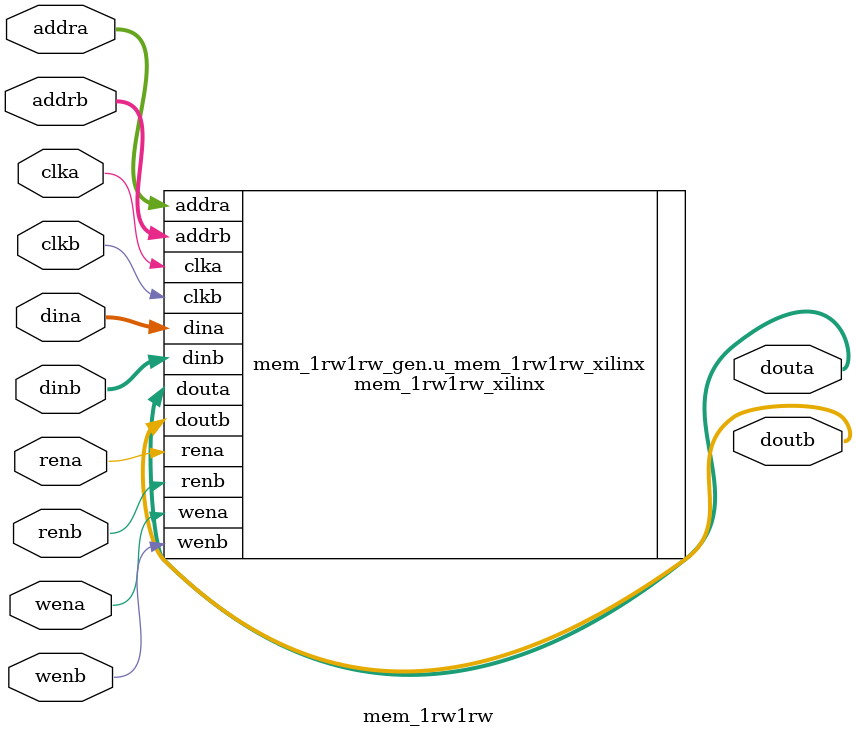
<source format=v>
`default_nettype wire
`timescale 1ns/1ps
module mem_1rw1rw #(
    parameter IS_ARRAY_RAM        = 0          ,
    parameter RAM_STYLE_MODE      = "block"    , //"distributed", "registers","block"���Ժ�ȡ��
    parameter WIDTH_ADDR          = 8          ,
    parameter WIDTH_DATA          = 8          ,
    parameter DEVICE_RAM_TYPE     = "AUTO"     , //For Xilinx: "auto", "distributed", "block" or "ultra";
                                                 //For Altera: "M9K",
    parameter READ_DURING_WRITE_A = "new"      , //new old, but no xxx in altera 1rw1rw ram
    parameter READ_DURING_WRITE_B = "new"      , //new old, but no xxx in altera 1rw1rw ram
    parameter DOUT_REG_A          = "false"    , //register output a
    parameter DOUT_REG_B          = "false"      //register output b
)
(
    input       [WIDTH_ADDR-1:0]    addra      ,
    input       [WIDTH_DATA-1:0]    dina       ,
    input                           wena       ,
    input                           rena       ,
    input                           clka       ,
    output      [WIDTH_DATA-1:0]    douta      ,

    input       [WIDTH_ADDR-1:0]    addrb      ,
    input       [WIDTH_DATA-1:0]    dinb       ,
    input                           wenb       ,
    input                           renb       ,
    input                           clkb       ,
    output      [WIDTH_DATA-1:0]    doutb
) ;

generate
    //ARRAY_RAM
    if (IS_ARRAY_RAM == 1) 
        begin: mem_1rw1rw_gen
            mem_1rw1rw_array #(
                .WIDTH_DATA             ( WIDTH_DATA          ),
                .WIDTH_ADDR             ( WIDTH_ADDR          ),
                .READ_DURING_WRITE_A    ( READ_DURING_WRITE_A ),
                .READ_DURING_WRITE_B    ( READ_DURING_WRITE_B ),
                .DOUT_REG_A             ( DOUT_REG_A          ),
                .DOUT_REG_B             ( DOUT_REG_B          )
            )
            u_mem_1rw1rw_array (
                .addra                  ( addra         ),
                .dina                   ( dina          ),
                .wena                   ( wena          ),
                .rena                   ( rena          ),
                .clka                   ( clka          ),
                .douta                  ( douta         ),

                .addrb                  ( addrb         ),
                .dinb                   ( dinb          ),
                .wenb                   ( wenb          ),
                .renb                   ( renb          ),
                .clkb                   ( clkb          ),
                .doutb                  ( doutb         )
            );
        end
    else 
        begin: mem_1rw1rw_gen
            mem_1rw1rw_xilinx #(
                .WIDTH_DATA             ( WIDTH_DATA          ),
                .WIDTH_ADDR             ( WIDTH_ADDR          ),
                .DEVICE_RAM_TYPE        ( DEVICE_RAM_TYPE     ),
                .READ_DURING_WRITE_A    ( READ_DURING_WRITE_A ),
                .READ_DURING_WRITE_B    ( READ_DURING_WRITE_B ),
                .DOUT_REG_A             ( DOUT_REG_A          ),
                .DOUT_REG_B             ( DOUT_REG_B          )
            )
            u_mem_1rw1rw_xilinx (
                .addra                  ( addra         ),
                .dina                   ( dina          ),
                .wena                   ( wena          ),
                .rena                   ( rena          ),
                .clka                   ( clka          ),
                .douta                  ( douta         ),

                .addrb                  ( addrb         ),
                .dinb                   ( dinb          ),
                .wenb                   ( wenb          ),
                .renb                   ( renb          ),
                .clkb                   ( clkb          ),
                .doutb                  ( doutb         )
            );
        end
endgenerate
endmodule

</source>
